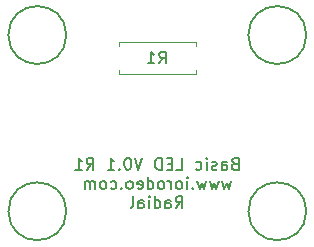
<source format=gbr>
%TF.GenerationSoftware,KiCad,Pcbnew,7.0.2-6a45011f42~172~ubuntu22.04.1*%
%TF.CreationDate,2023-09-06T17:33:04-07:00*%
%TF.ProjectId,basic_led,62617369-635f-46c6-9564-2e6b69636164,rev?*%
%TF.SameCoordinates,Original*%
%TF.FileFunction,Legend,Bot*%
%TF.FilePolarity,Positive*%
%FSLAX46Y46*%
G04 Gerber Fmt 4.6, Leading zero omitted, Abs format (unit mm)*
G04 Created by KiCad (PCBNEW 7.0.2-6a45011f42~172~ubuntu22.04.1) date 2023-09-06 17:33:04*
%MOMM*%
%LPD*%
G01*
G04 APERTURE LIST*
%ADD10C,0.150000*%
%ADD11C,0.120000*%
G04 APERTURE END LIST*
D10*
X69247619Y-63418809D02*
X69104762Y-63466428D01*
X69104762Y-63466428D02*
X69057143Y-63514047D01*
X69057143Y-63514047D02*
X69009524Y-63609285D01*
X69009524Y-63609285D02*
X69009524Y-63752142D01*
X69009524Y-63752142D02*
X69057143Y-63847380D01*
X69057143Y-63847380D02*
X69104762Y-63895000D01*
X69104762Y-63895000D02*
X69200000Y-63942619D01*
X69200000Y-63942619D02*
X69580952Y-63942619D01*
X69580952Y-63942619D02*
X69580952Y-62942619D01*
X69580952Y-62942619D02*
X69247619Y-62942619D01*
X69247619Y-62942619D02*
X69152381Y-62990238D01*
X69152381Y-62990238D02*
X69104762Y-63037857D01*
X69104762Y-63037857D02*
X69057143Y-63133095D01*
X69057143Y-63133095D02*
X69057143Y-63228333D01*
X69057143Y-63228333D02*
X69104762Y-63323571D01*
X69104762Y-63323571D02*
X69152381Y-63371190D01*
X69152381Y-63371190D02*
X69247619Y-63418809D01*
X69247619Y-63418809D02*
X69580952Y-63418809D01*
X68152381Y-63942619D02*
X68152381Y-63418809D01*
X68152381Y-63418809D02*
X68200000Y-63323571D01*
X68200000Y-63323571D02*
X68295238Y-63275952D01*
X68295238Y-63275952D02*
X68485714Y-63275952D01*
X68485714Y-63275952D02*
X68580952Y-63323571D01*
X68152381Y-63895000D02*
X68247619Y-63942619D01*
X68247619Y-63942619D02*
X68485714Y-63942619D01*
X68485714Y-63942619D02*
X68580952Y-63895000D01*
X68580952Y-63895000D02*
X68628571Y-63799761D01*
X68628571Y-63799761D02*
X68628571Y-63704523D01*
X68628571Y-63704523D02*
X68580952Y-63609285D01*
X68580952Y-63609285D02*
X68485714Y-63561666D01*
X68485714Y-63561666D02*
X68247619Y-63561666D01*
X68247619Y-63561666D02*
X68152381Y-63514047D01*
X67723809Y-63895000D02*
X67628571Y-63942619D01*
X67628571Y-63942619D02*
X67438095Y-63942619D01*
X67438095Y-63942619D02*
X67342857Y-63895000D01*
X67342857Y-63895000D02*
X67295238Y-63799761D01*
X67295238Y-63799761D02*
X67295238Y-63752142D01*
X67295238Y-63752142D02*
X67342857Y-63656904D01*
X67342857Y-63656904D02*
X67438095Y-63609285D01*
X67438095Y-63609285D02*
X67580952Y-63609285D01*
X67580952Y-63609285D02*
X67676190Y-63561666D01*
X67676190Y-63561666D02*
X67723809Y-63466428D01*
X67723809Y-63466428D02*
X67723809Y-63418809D01*
X67723809Y-63418809D02*
X67676190Y-63323571D01*
X67676190Y-63323571D02*
X67580952Y-63275952D01*
X67580952Y-63275952D02*
X67438095Y-63275952D01*
X67438095Y-63275952D02*
X67342857Y-63323571D01*
X66866666Y-63942619D02*
X66866666Y-63275952D01*
X66866666Y-62942619D02*
X66914285Y-62990238D01*
X66914285Y-62990238D02*
X66866666Y-63037857D01*
X66866666Y-63037857D02*
X66819047Y-62990238D01*
X66819047Y-62990238D02*
X66866666Y-62942619D01*
X66866666Y-62942619D02*
X66866666Y-63037857D01*
X65961905Y-63895000D02*
X66057143Y-63942619D01*
X66057143Y-63942619D02*
X66247619Y-63942619D01*
X66247619Y-63942619D02*
X66342857Y-63895000D01*
X66342857Y-63895000D02*
X66390476Y-63847380D01*
X66390476Y-63847380D02*
X66438095Y-63752142D01*
X66438095Y-63752142D02*
X66438095Y-63466428D01*
X66438095Y-63466428D02*
X66390476Y-63371190D01*
X66390476Y-63371190D02*
X66342857Y-63323571D01*
X66342857Y-63323571D02*
X66247619Y-63275952D01*
X66247619Y-63275952D02*
X66057143Y-63275952D01*
X66057143Y-63275952D02*
X65961905Y-63323571D01*
X64295238Y-63942619D02*
X64771428Y-63942619D01*
X64771428Y-63942619D02*
X64771428Y-62942619D01*
X63961904Y-63418809D02*
X63628571Y-63418809D01*
X63485714Y-63942619D02*
X63961904Y-63942619D01*
X63961904Y-63942619D02*
X63961904Y-62942619D01*
X63961904Y-62942619D02*
X63485714Y-62942619D01*
X63057142Y-63942619D02*
X63057142Y-62942619D01*
X63057142Y-62942619D02*
X62819047Y-62942619D01*
X62819047Y-62942619D02*
X62676190Y-62990238D01*
X62676190Y-62990238D02*
X62580952Y-63085476D01*
X62580952Y-63085476D02*
X62533333Y-63180714D01*
X62533333Y-63180714D02*
X62485714Y-63371190D01*
X62485714Y-63371190D02*
X62485714Y-63514047D01*
X62485714Y-63514047D02*
X62533333Y-63704523D01*
X62533333Y-63704523D02*
X62580952Y-63799761D01*
X62580952Y-63799761D02*
X62676190Y-63895000D01*
X62676190Y-63895000D02*
X62819047Y-63942619D01*
X62819047Y-63942619D02*
X63057142Y-63942619D01*
X61438094Y-62942619D02*
X61104761Y-63942619D01*
X61104761Y-63942619D02*
X60771428Y-62942619D01*
X60247618Y-62942619D02*
X60152380Y-62942619D01*
X60152380Y-62942619D02*
X60057142Y-62990238D01*
X60057142Y-62990238D02*
X60009523Y-63037857D01*
X60009523Y-63037857D02*
X59961904Y-63133095D01*
X59961904Y-63133095D02*
X59914285Y-63323571D01*
X59914285Y-63323571D02*
X59914285Y-63561666D01*
X59914285Y-63561666D02*
X59961904Y-63752142D01*
X59961904Y-63752142D02*
X60009523Y-63847380D01*
X60009523Y-63847380D02*
X60057142Y-63895000D01*
X60057142Y-63895000D02*
X60152380Y-63942619D01*
X60152380Y-63942619D02*
X60247618Y-63942619D01*
X60247618Y-63942619D02*
X60342856Y-63895000D01*
X60342856Y-63895000D02*
X60390475Y-63847380D01*
X60390475Y-63847380D02*
X60438094Y-63752142D01*
X60438094Y-63752142D02*
X60485713Y-63561666D01*
X60485713Y-63561666D02*
X60485713Y-63323571D01*
X60485713Y-63323571D02*
X60438094Y-63133095D01*
X60438094Y-63133095D02*
X60390475Y-63037857D01*
X60390475Y-63037857D02*
X60342856Y-62990238D01*
X60342856Y-62990238D02*
X60247618Y-62942619D01*
X59485713Y-63847380D02*
X59438094Y-63895000D01*
X59438094Y-63895000D02*
X59485713Y-63942619D01*
X59485713Y-63942619D02*
X59533332Y-63895000D01*
X59533332Y-63895000D02*
X59485713Y-63847380D01*
X59485713Y-63847380D02*
X59485713Y-63942619D01*
X58485714Y-63942619D02*
X59057142Y-63942619D01*
X58771428Y-63942619D02*
X58771428Y-62942619D01*
X58771428Y-62942619D02*
X58866666Y-63085476D01*
X58866666Y-63085476D02*
X58961904Y-63180714D01*
X58961904Y-63180714D02*
X59057142Y-63228333D01*
X56723809Y-63942619D02*
X57057142Y-63466428D01*
X57295237Y-63942619D02*
X57295237Y-62942619D01*
X57295237Y-62942619D02*
X56914285Y-62942619D01*
X56914285Y-62942619D02*
X56819047Y-62990238D01*
X56819047Y-62990238D02*
X56771428Y-63037857D01*
X56771428Y-63037857D02*
X56723809Y-63133095D01*
X56723809Y-63133095D02*
X56723809Y-63275952D01*
X56723809Y-63275952D02*
X56771428Y-63371190D01*
X56771428Y-63371190D02*
X56819047Y-63418809D01*
X56819047Y-63418809D02*
X56914285Y-63466428D01*
X56914285Y-63466428D02*
X57295237Y-63466428D01*
X55771428Y-63942619D02*
X56342856Y-63942619D01*
X56057142Y-63942619D02*
X56057142Y-62942619D01*
X56057142Y-62942619D02*
X56152380Y-63085476D01*
X56152380Y-63085476D02*
X56247618Y-63180714D01*
X56247618Y-63180714D02*
X56342856Y-63228333D01*
X68938094Y-64895952D02*
X68747618Y-65562619D01*
X68747618Y-65562619D02*
X68557142Y-65086428D01*
X68557142Y-65086428D02*
X68366666Y-65562619D01*
X68366666Y-65562619D02*
X68176190Y-64895952D01*
X67890475Y-64895952D02*
X67699999Y-65562619D01*
X67699999Y-65562619D02*
X67509523Y-65086428D01*
X67509523Y-65086428D02*
X67319047Y-65562619D01*
X67319047Y-65562619D02*
X67128571Y-64895952D01*
X66842856Y-64895952D02*
X66652380Y-65562619D01*
X66652380Y-65562619D02*
X66461904Y-65086428D01*
X66461904Y-65086428D02*
X66271428Y-65562619D01*
X66271428Y-65562619D02*
X66080952Y-64895952D01*
X65699999Y-65467380D02*
X65652380Y-65515000D01*
X65652380Y-65515000D02*
X65699999Y-65562619D01*
X65699999Y-65562619D02*
X65747618Y-65515000D01*
X65747618Y-65515000D02*
X65699999Y-65467380D01*
X65699999Y-65467380D02*
X65699999Y-65562619D01*
X65223809Y-65562619D02*
X65223809Y-64895952D01*
X65223809Y-64562619D02*
X65271428Y-64610238D01*
X65271428Y-64610238D02*
X65223809Y-64657857D01*
X65223809Y-64657857D02*
X65176190Y-64610238D01*
X65176190Y-64610238D02*
X65223809Y-64562619D01*
X65223809Y-64562619D02*
X65223809Y-64657857D01*
X64604762Y-65562619D02*
X64700000Y-65515000D01*
X64700000Y-65515000D02*
X64747619Y-65467380D01*
X64747619Y-65467380D02*
X64795238Y-65372142D01*
X64795238Y-65372142D02*
X64795238Y-65086428D01*
X64795238Y-65086428D02*
X64747619Y-64991190D01*
X64747619Y-64991190D02*
X64700000Y-64943571D01*
X64700000Y-64943571D02*
X64604762Y-64895952D01*
X64604762Y-64895952D02*
X64461905Y-64895952D01*
X64461905Y-64895952D02*
X64366667Y-64943571D01*
X64366667Y-64943571D02*
X64319048Y-64991190D01*
X64319048Y-64991190D02*
X64271429Y-65086428D01*
X64271429Y-65086428D02*
X64271429Y-65372142D01*
X64271429Y-65372142D02*
X64319048Y-65467380D01*
X64319048Y-65467380D02*
X64366667Y-65515000D01*
X64366667Y-65515000D02*
X64461905Y-65562619D01*
X64461905Y-65562619D02*
X64604762Y-65562619D01*
X63842857Y-65562619D02*
X63842857Y-64895952D01*
X63842857Y-65086428D02*
X63795238Y-64991190D01*
X63795238Y-64991190D02*
X63747619Y-64943571D01*
X63747619Y-64943571D02*
X63652381Y-64895952D01*
X63652381Y-64895952D02*
X63557143Y-64895952D01*
X63080952Y-65562619D02*
X63176190Y-65515000D01*
X63176190Y-65515000D02*
X63223809Y-65467380D01*
X63223809Y-65467380D02*
X63271428Y-65372142D01*
X63271428Y-65372142D02*
X63271428Y-65086428D01*
X63271428Y-65086428D02*
X63223809Y-64991190D01*
X63223809Y-64991190D02*
X63176190Y-64943571D01*
X63176190Y-64943571D02*
X63080952Y-64895952D01*
X63080952Y-64895952D02*
X62938095Y-64895952D01*
X62938095Y-64895952D02*
X62842857Y-64943571D01*
X62842857Y-64943571D02*
X62795238Y-64991190D01*
X62795238Y-64991190D02*
X62747619Y-65086428D01*
X62747619Y-65086428D02*
X62747619Y-65372142D01*
X62747619Y-65372142D02*
X62795238Y-65467380D01*
X62795238Y-65467380D02*
X62842857Y-65515000D01*
X62842857Y-65515000D02*
X62938095Y-65562619D01*
X62938095Y-65562619D02*
X63080952Y-65562619D01*
X61890476Y-65562619D02*
X61890476Y-64562619D01*
X61890476Y-65515000D02*
X61985714Y-65562619D01*
X61985714Y-65562619D02*
X62176190Y-65562619D01*
X62176190Y-65562619D02*
X62271428Y-65515000D01*
X62271428Y-65515000D02*
X62319047Y-65467380D01*
X62319047Y-65467380D02*
X62366666Y-65372142D01*
X62366666Y-65372142D02*
X62366666Y-65086428D01*
X62366666Y-65086428D02*
X62319047Y-64991190D01*
X62319047Y-64991190D02*
X62271428Y-64943571D01*
X62271428Y-64943571D02*
X62176190Y-64895952D01*
X62176190Y-64895952D02*
X61985714Y-64895952D01*
X61985714Y-64895952D02*
X61890476Y-64943571D01*
X61033333Y-65515000D02*
X61128571Y-65562619D01*
X61128571Y-65562619D02*
X61319047Y-65562619D01*
X61319047Y-65562619D02*
X61414285Y-65515000D01*
X61414285Y-65515000D02*
X61461904Y-65419761D01*
X61461904Y-65419761D02*
X61461904Y-65038809D01*
X61461904Y-65038809D02*
X61414285Y-64943571D01*
X61414285Y-64943571D02*
X61319047Y-64895952D01*
X61319047Y-64895952D02*
X61128571Y-64895952D01*
X61128571Y-64895952D02*
X61033333Y-64943571D01*
X61033333Y-64943571D02*
X60985714Y-65038809D01*
X60985714Y-65038809D02*
X60985714Y-65134047D01*
X60985714Y-65134047D02*
X61461904Y-65229285D01*
X60414285Y-65562619D02*
X60509523Y-65515000D01*
X60509523Y-65515000D02*
X60557142Y-65467380D01*
X60557142Y-65467380D02*
X60604761Y-65372142D01*
X60604761Y-65372142D02*
X60604761Y-65086428D01*
X60604761Y-65086428D02*
X60557142Y-64991190D01*
X60557142Y-64991190D02*
X60509523Y-64943571D01*
X60509523Y-64943571D02*
X60414285Y-64895952D01*
X60414285Y-64895952D02*
X60271428Y-64895952D01*
X60271428Y-64895952D02*
X60176190Y-64943571D01*
X60176190Y-64943571D02*
X60128571Y-64991190D01*
X60128571Y-64991190D02*
X60080952Y-65086428D01*
X60080952Y-65086428D02*
X60080952Y-65372142D01*
X60080952Y-65372142D02*
X60128571Y-65467380D01*
X60128571Y-65467380D02*
X60176190Y-65515000D01*
X60176190Y-65515000D02*
X60271428Y-65562619D01*
X60271428Y-65562619D02*
X60414285Y-65562619D01*
X59652380Y-65467380D02*
X59604761Y-65515000D01*
X59604761Y-65515000D02*
X59652380Y-65562619D01*
X59652380Y-65562619D02*
X59699999Y-65515000D01*
X59699999Y-65515000D02*
X59652380Y-65467380D01*
X59652380Y-65467380D02*
X59652380Y-65562619D01*
X58747619Y-65515000D02*
X58842857Y-65562619D01*
X58842857Y-65562619D02*
X59033333Y-65562619D01*
X59033333Y-65562619D02*
X59128571Y-65515000D01*
X59128571Y-65515000D02*
X59176190Y-65467380D01*
X59176190Y-65467380D02*
X59223809Y-65372142D01*
X59223809Y-65372142D02*
X59223809Y-65086428D01*
X59223809Y-65086428D02*
X59176190Y-64991190D01*
X59176190Y-64991190D02*
X59128571Y-64943571D01*
X59128571Y-64943571D02*
X59033333Y-64895952D01*
X59033333Y-64895952D02*
X58842857Y-64895952D01*
X58842857Y-64895952D02*
X58747619Y-64943571D01*
X58176190Y-65562619D02*
X58271428Y-65515000D01*
X58271428Y-65515000D02*
X58319047Y-65467380D01*
X58319047Y-65467380D02*
X58366666Y-65372142D01*
X58366666Y-65372142D02*
X58366666Y-65086428D01*
X58366666Y-65086428D02*
X58319047Y-64991190D01*
X58319047Y-64991190D02*
X58271428Y-64943571D01*
X58271428Y-64943571D02*
X58176190Y-64895952D01*
X58176190Y-64895952D02*
X58033333Y-64895952D01*
X58033333Y-64895952D02*
X57938095Y-64943571D01*
X57938095Y-64943571D02*
X57890476Y-64991190D01*
X57890476Y-64991190D02*
X57842857Y-65086428D01*
X57842857Y-65086428D02*
X57842857Y-65372142D01*
X57842857Y-65372142D02*
X57890476Y-65467380D01*
X57890476Y-65467380D02*
X57938095Y-65515000D01*
X57938095Y-65515000D02*
X58033333Y-65562619D01*
X58033333Y-65562619D02*
X58176190Y-65562619D01*
X57414285Y-65562619D02*
X57414285Y-64895952D01*
X57414285Y-64991190D02*
X57366666Y-64943571D01*
X57366666Y-64943571D02*
X57271428Y-64895952D01*
X57271428Y-64895952D02*
X57128571Y-64895952D01*
X57128571Y-64895952D02*
X57033333Y-64943571D01*
X57033333Y-64943571D02*
X56985714Y-65038809D01*
X56985714Y-65038809D02*
X56985714Y-65562619D01*
X56985714Y-65038809D02*
X56938095Y-64943571D01*
X56938095Y-64943571D02*
X56842857Y-64895952D01*
X56842857Y-64895952D02*
X56700000Y-64895952D01*
X56700000Y-64895952D02*
X56604761Y-64943571D01*
X56604761Y-64943571D02*
X56557142Y-65038809D01*
X56557142Y-65038809D02*
X56557142Y-65562619D01*
X64247619Y-67182619D02*
X64580952Y-66706428D01*
X64819047Y-67182619D02*
X64819047Y-66182619D01*
X64819047Y-66182619D02*
X64438095Y-66182619D01*
X64438095Y-66182619D02*
X64342857Y-66230238D01*
X64342857Y-66230238D02*
X64295238Y-66277857D01*
X64295238Y-66277857D02*
X64247619Y-66373095D01*
X64247619Y-66373095D02*
X64247619Y-66515952D01*
X64247619Y-66515952D02*
X64295238Y-66611190D01*
X64295238Y-66611190D02*
X64342857Y-66658809D01*
X64342857Y-66658809D02*
X64438095Y-66706428D01*
X64438095Y-66706428D02*
X64819047Y-66706428D01*
X63390476Y-67182619D02*
X63390476Y-66658809D01*
X63390476Y-66658809D02*
X63438095Y-66563571D01*
X63438095Y-66563571D02*
X63533333Y-66515952D01*
X63533333Y-66515952D02*
X63723809Y-66515952D01*
X63723809Y-66515952D02*
X63819047Y-66563571D01*
X63390476Y-67135000D02*
X63485714Y-67182619D01*
X63485714Y-67182619D02*
X63723809Y-67182619D01*
X63723809Y-67182619D02*
X63819047Y-67135000D01*
X63819047Y-67135000D02*
X63866666Y-67039761D01*
X63866666Y-67039761D02*
X63866666Y-66944523D01*
X63866666Y-66944523D02*
X63819047Y-66849285D01*
X63819047Y-66849285D02*
X63723809Y-66801666D01*
X63723809Y-66801666D02*
X63485714Y-66801666D01*
X63485714Y-66801666D02*
X63390476Y-66754047D01*
X62485714Y-67182619D02*
X62485714Y-66182619D01*
X62485714Y-67135000D02*
X62580952Y-67182619D01*
X62580952Y-67182619D02*
X62771428Y-67182619D01*
X62771428Y-67182619D02*
X62866666Y-67135000D01*
X62866666Y-67135000D02*
X62914285Y-67087380D01*
X62914285Y-67087380D02*
X62961904Y-66992142D01*
X62961904Y-66992142D02*
X62961904Y-66706428D01*
X62961904Y-66706428D02*
X62914285Y-66611190D01*
X62914285Y-66611190D02*
X62866666Y-66563571D01*
X62866666Y-66563571D02*
X62771428Y-66515952D01*
X62771428Y-66515952D02*
X62580952Y-66515952D01*
X62580952Y-66515952D02*
X62485714Y-66563571D01*
X62009523Y-67182619D02*
X62009523Y-66515952D01*
X62009523Y-66182619D02*
X62057142Y-66230238D01*
X62057142Y-66230238D02*
X62009523Y-66277857D01*
X62009523Y-66277857D02*
X61961904Y-66230238D01*
X61961904Y-66230238D02*
X62009523Y-66182619D01*
X62009523Y-66182619D02*
X62009523Y-66277857D01*
X61104762Y-67182619D02*
X61104762Y-66658809D01*
X61104762Y-66658809D02*
X61152381Y-66563571D01*
X61152381Y-66563571D02*
X61247619Y-66515952D01*
X61247619Y-66515952D02*
X61438095Y-66515952D01*
X61438095Y-66515952D02*
X61533333Y-66563571D01*
X61104762Y-67135000D02*
X61200000Y-67182619D01*
X61200000Y-67182619D02*
X61438095Y-67182619D01*
X61438095Y-67182619D02*
X61533333Y-67135000D01*
X61533333Y-67135000D02*
X61580952Y-67039761D01*
X61580952Y-67039761D02*
X61580952Y-66944523D01*
X61580952Y-66944523D02*
X61533333Y-66849285D01*
X61533333Y-66849285D02*
X61438095Y-66801666D01*
X61438095Y-66801666D02*
X61200000Y-66801666D01*
X61200000Y-66801666D02*
X61104762Y-66754047D01*
X60485714Y-67182619D02*
X60580952Y-67135000D01*
X60580952Y-67135000D02*
X60628571Y-67039761D01*
X60628571Y-67039761D02*
X60628571Y-66182619D01*
%TO.C,R1*%
X62841666Y-54937619D02*
X63174999Y-54461428D01*
X63413094Y-54937619D02*
X63413094Y-53937619D01*
X63413094Y-53937619D02*
X63032142Y-53937619D01*
X63032142Y-53937619D02*
X62936904Y-53985238D01*
X62936904Y-53985238D02*
X62889285Y-54032857D01*
X62889285Y-54032857D02*
X62841666Y-54128095D01*
X62841666Y-54128095D02*
X62841666Y-54270952D01*
X62841666Y-54270952D02*
X62889285Y-54366190D01*
X62889285Y-54366190D02*
X62936904Y-54413809D01*
X62936904Y-54413809D02*
X63032142Y-54461428D01*
X63032142Y-54461428D02*
X63413094Y-54461428D01*
X61889285Y-54937619D02*
X62460713Y-54937619D01*
X62174999Y-54937619D02*
X62174999Y-53937619D01*
X62174999Y-53937619D02*
X62270237Y-54080476D01*
X62270237Y-54080476D02*
X62365475Y-54175714D01*
X62365475Y-54175714D02*
X62460713Y-54223333D01*
%TO.C,M1*%
X54990000Y-52540000D02*
G75*
G03*
X54990000Y-52540000I-2450000J0D01*
G01*
%TO.C,M2*%
X75310000Y-52540000D02*
G75*
G03*
X75310000Y-52540000I-2450000J0D01*
G01*
%TO.C,M3*%
X75310000Y-67460000D02*
G75*
G03*
X75310000Y-67460000I-2450000J0D01*
G01*
%TO.C,M4*%
X54990000Y-67460000D02*
G75*
G03*
X54990000Y-67460000I-2450000J0D01*
G01*
D11*
%TO.C,R1*%
X59430000Y-53130000D02*
X65970000Y-53130000D01*
X59430000Y-53460000D02*
X59430000Y-53130000D01*
X59430000Y-55540000D02*
X59430000Y-55870000D01*
X59430000Y-55870000D02*
X65970000Y-55870000D01*
X65970000Y-53130000D02*
X65970000Y-53460000D01*
X65970000Y-55870000D02*
X65970000Y-55540000D01*
%TD*%
M02*

</source>
